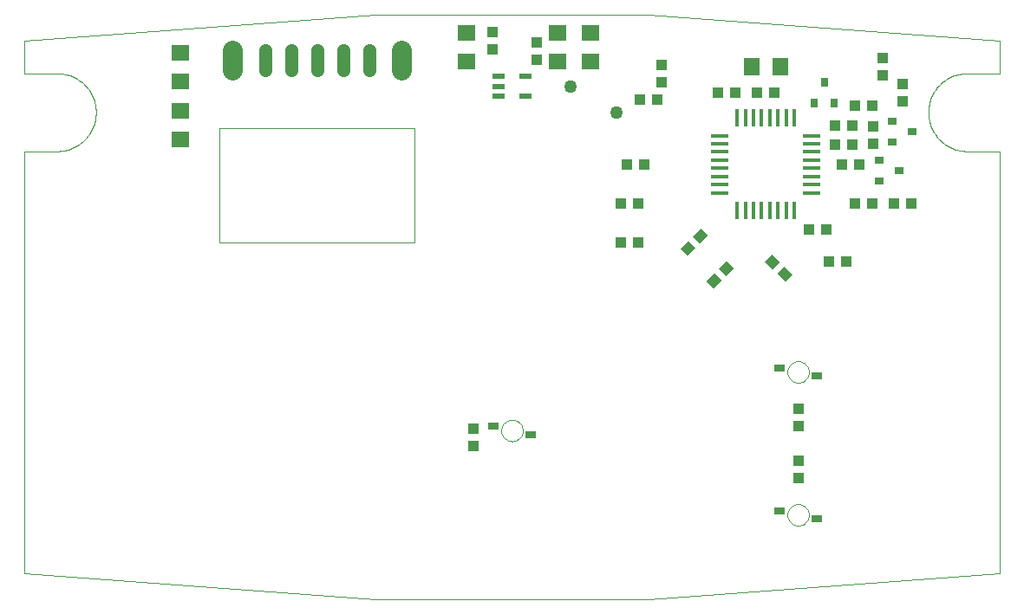
<source format=gbp>
G75*
G70*
%OFA0B0*%
%FSLAX24Y24*%
%IPPOS*%
%LPD*%
%AMOC8*
5,1,8,0,0,1.08239X$1,22.5*
%
%ADD10C,0.0000*%
%ADD11C,0.0500*%
%ADD12C,0.0750*%
%ADD13R,0.0394X0.0315*%
%ADD14R,0.0394X0.0433*%
%ADD15R,0.0177X0.0709*%
%ADD16R,0.0709X0.0177*%
%ADD17R,0.0433X0.0394*%
%ADD18R,0.0630X0.0709*%
%ADD19R,0.0354X0.0315*%
%ADD20R,0.0315X0.0354*%
%ADD21R,0.0472X0.0217*%
%ADD22R,0.0709X0.0630*%
%ADD23C,0.0500*%
D10*
X010400Y020400D02*
X023900Y019400D01*
X034400Y019400D01*
X047900Y020400D01*
X047900Y036650D01*
X046650Y036650D01*
X046574Y036652D01*
X046498Y036658D01*
X046423Y036667D01*
X046348Y036681D01*
X046274Y036698D01*
X046201Y036719D01*
X046129Y036743D01*
X046058Y036772D01*
X045989Y036803D01*
X045922Y036838D01*
X045857Y036877D01*
X045793Y036919D01*
X045732Y036964D01*
X045673Y037012D01*
X045617Y037063D01*
X045563Y037117D01*
X045512Y037173D01*
X045464Y037232D01*
X045419Y037293D01*
X045377Y037357D01*
X045338Y037422D01*
X045303Y037489D01*
X045272Y037558D01*
X045243Y037629D01*
X045219Y037701D01*
X045198Y037774D01*
X045181Y037848D01*
X045167Y037923D01*
X045158Y037998D01*
X045152Y038074D01*
X045150Y038150D01*
X045152Y038226D01*
X045158Y038302D01*
X045167Y038377D01*
X045181Y038452D01*
X045198Y038526D01*
X045219Y038599D01*
X045243Y038671D01*
X045272Y038742D01*
X045303Y038811D01*
X045338Y038878D01*
X045377Y038943D01*
X045419Y039007D01*
X045464Y039068D01*
X045512Y039127D01*
X045563Y039183D01*
X045617Y039237D01*
X045673Y039288D01*
X045732Y039336D01*
X045793Y039381D01*
X045857Y039423D01*
X045922Y039462D01*
X045989Y039497D01*
X046058Y039528D01*
X046129Y039557D01*
X046201Y039581D01*
X046274Y039602D01*
X046348Y039619D01*
X046423Y039633D01*
X046498Y039642D01*
X046574Y039648D01*
X046650Y039650D01*
X047900Y039650D01*
X047900Y040900D01*
X034400Y041900D01*
X023900Y041900D01*
X010400Y040900D01*
X010400Y039650D01*
X011650Y039650D01*
X011726Y039648D01*
X011802Y039642D01*
X011877Y039633D01*
X011952Y039619D01*
X012026Y039602D01*
X012099Y039581D01*
X012171Y039557D01*
X012242Y039528D01*
X012311Y039497D01*
X012378Y039462D01*
X012443Y039423D01*
X012507Y039381D01*
X012568Y039336D01*
X012627Y039288D01*
X012683Y039237D01*
X012737Y039183D01*
X012788Y039127D01*
X012836Y039068D01*
X012881Y039007D01*
X012923Y038943D01*
X012962Y038878D01*
X012997Y038811D01*
X013028Y038742D01*
X013057Y038671D01*
X013081Y038599D01*
X013102Y038526D01*
X013119Y038452D01*
X013133Y038377D01*
X013142Y038302D01*
X013148Y038226D01*
X013150Y038150D01*
X013148Y038074D01*
X013142Y037998D01*
X013133Y037923D01*
X013119Y037848D01*
X013102Y037774D01*
X013081Y037701D01*
X013057Y037629D01*
X013028Y037558D01*
X012997Y037489D01*
X012962Y037422D01*
X012923Y037357D01*
X012881Y037293D01*
X012836Y037232D01*
X012788Y037173D01*
X012737Y037117D01*
X012683Y037063D01*
X012627Y037012D01*
X012568Y036964D01*
X012507Y036919D01*
X012443Y036877D01*
X012378Y036838D01*
X012311Y036803D01*
X012242Y036772D01*
X012171Y036743D01*
X012099Y036719D01*
X012026Y036698D01*
X011952Y036681D01*
X011877Y036667D01*
X011802Y036658D01*
X011726Y036652D01*
X011650Y036650D01*
X010400Y036650D01*
X010400Y020400D01*
X017900Y033150D02*
X025400Y033150D01*
X025400Y037525D01*
X017900Y037525D01*
X017900Y033150D01*
X028737Y025900D02*
X028739Y025940D01*
X028745Y025981D01*
X028755Y026020D01*
X028768Y026058D01*
X028786Y026095D01*
X028807Y026129D01*
X028831Y026162D01*
X028858Y026192D01*
X028888Y026219D01*
X028921Y026243D01*
X028955Y026264D01*
X028992Y026282D01*
X029030Y026295D01*
X029069Y026305D01*
X029110Y026311D01*
X029150Y026313D01*
X029190Y026311D01*
X029231Y026305D01*
X029270Y026295D01*
X029308Y026282D01*
X029345Y026264D01*
X029379Y026243D01*
X029412Y026219D01*
X029442Y026192D01*
X029469Y026162D01*
X029493Y026129D01*
X029514Y026095D01*
X029532Y026058D01*
X029545Y026020D01*
X029555Y025981D01*
X029561Y025940D01*
X029563Y025900D01*
X029561Y025860D01*
X029555Y025819D01*
X029545Y025780D01*
X029532Y025742D01*
X029514Y025705D01*
X029493Y025671D01*
X029469Y025638D01*
X029442Y025608D01*
X029412Y025581D01*
X029379Y025557D01*
X029345Y025536D01*
X029308Y025518D01*
X029270Y025505D01*
X029231Y025495D01*
X029190Y025489D01*
X029150Y025487D01*
X029110Y025489D01*
X029069Y025495D01*
X029030Y025505D01*
X028992Y025518D01*
X028955Y025536D01*
X028921Y025557D01*
X028888Y025581D01*
X028858Y025608D01*
X028831Y025638D01*
X028807Y025671D01*
X028786Y025705D01*
X028768Y025742D01*
X028755Y025780D01*
X028745Y025819D01*
X028739Y025860D01*
X028737Y025900D01*
X039737Y028150D02*
X039739Y028190D01*
X039745Y028231D01*
X039755Y028270D01*
X039768Y028308D01*
X039786Y028345D01*
X039807Y028379D01*
X039831Y028412D01*
X039858Y028442D01*
X039888Y028469D01*
X039921Y028493D01*
X039955Y028514D01*
X039992Y028532D01*
X040030Y028545D01*
X040069Y028555D01*
X040110Y028561D01*
X040150Y028563D01*
X040190Y028561D01*
X040231Y028555D01*
X040270Y028545D01*
X040308Y028532D01*
X040345Y028514D01*
X040379Y028493D01*
X040412Y028469D01*
X040442Y028442D01*
X040469Y028412D01*
X040493Y028379D01*
X040514Y028345D01*
X040532Y028308D01*
X040545Y028270D01*
X040555Y028231D01*
X040561Y028190D01*
X040563Y028150D01*
X040561Y028110D01*
X040555Y028069D01*
X040545Y028030D01*
X040532Y027992D01*
X040514Y027955D01*
X040493Y027921D01*
X040469Y027888D01*
X040442Y027858D01*
X040412Y027831D01*
X040379Y027807D01*
X040345Y027786D01*
X040308Y027768D01*
X040270Y027755D01*
X040231Y027745D01*
X040190Y027739D01*
X040150Y027737D01*
X040110Y027739D01*
X040069Y027745D01*
X040030Y027755D01*
X039992Y027768D01*
X039955Y027786D01*
X039921Y027807D01*
X039888Y027831D01*
X039858Y027858D01*
X039831Y027888D01*
X039807Y027921D01*
X039786Y027955D01*
X039768Y027992D01*
X039755Y028030D01*
X039745Y028069D01*
X039739Y028110D01*
X039737Y028150D01*
X039737Y022650D02*
X039739Y022690D01*
X039745Y022731D01*
X039755Y022770D01*
X039768Y022808D01*
X039786Y022845D01*
X039807Y022879D01*
X039831Y022912D01*
X039858Y022942D01*
X039888Y022969D01*
X039921Y022993D01*
X039955Y023014D01*
X039992Y023032D01*
X040030Y023045D01*
X040069Y023055D01*
X040110Y023061D01*
X040150Y023063D01*
X040190Y023061D01*
X040231Y023055D01*
X040270Y023045D01*
X040308Y023032D01*
X040345Y023014D01*
X040379Y022993D01*
X040412Y022969D01*
X040442Y022942D01*
X040469Y022912D01*
X040493Y022879D01*
X040514Y022845D01*
X040532Y022808D01*
X040545Y022770D01*
X040555Y022731D01*
X040561Y022690D01*
X040563Y022650D01*
X040561Y022610D01*
X040555Y022569D01*
X040545Y022530D01*
X040532Y022492D01*
X040514Y022455D01*
X040493Y022421D01*
X040469Y022388D01*
X040442Y022358D01*
X040412Y022331D01*
X040379Y022307D01*
X040345Y022286D01*
X040308Y022268D01*
X040270Y022255D01*
X040231Y022245D01*
X040190Y022239D01*
X040150Y022237D01*
X040110Y022239D01*
X040069Y022245D01*
X040030Y022255D01*
X039992Y022268D01*
X039955Y022286D01*
X039921Y022307D01*
X039888Y022331D01*
X039858Y022358D01*
X039831Y022388D01*
X039807Y022421D01*
X039786Y022455D01*
X039768Y022492D01*
X039755Y022530D01*
X039745Y022569D01*
X039739Y022610D01*
X039737Y022650D01*
D11*
X023650Y039775D02*
X023650Y040525D01*
X022650Y040525D02*
X022650Y039775D01*
X021650Y039775D02*
X021650Y040525D01*
X020650Y040525D02*
X020650Y039775D01*
X019650Y039775D02*
X019650Y040525D01*
D12*
X018400Y040525D02*
X018400Y039775D01*
X024900Y039775D02*
X024900Y040525D01*
D13*
X039441Y028307D03*
X040859Y027993D03*
X039441Y022807D03*
X040859Y022493D03*
X029859Y025743D03*
X028441Y026057D03*
D14*
X027650Y025985D03*
X027650Y025315D03*
X040150Y024735D03*
X040150Y024065D03*
X040150Y026065D03*
X040150Y026735D03*
X043025Y036940D03*
X043025Y037610D03*
X044150Y038565D03*
X044150Y039235D03*
X043400Y039565D03*
X043400Y040235D03*
X034900Y039985D03*
X034900Y039315D03*
X030100Y040165D03*
X030100Y040835D03*
X028400Y040565D03*
X028400Y041235D03*
D15*
X037798Y037922D03*
X038113Y037922D03*
X038428Y037922D03*
X038743Y037922D03*
X039057Y037922D03*
X039372Y037922D03*
X039687Y037922D03*
X040002Y037922D03*
X040002Y034378D03*
X039687Y034378D03*
X039372Y034378D03*
X039057Y034378D03*
X038743Y034378D03*
X038428Y034378D03*
X038113Y034378D03*
X037798Y034378D03*
D16*
X037128Y035048D03*
X037128Y035363D03*
X037128Y035678D03*
X037128Y035993D03*
X037128Y036307D03*
X037128Y036622D03*
X037128Y036937D03*
X037128Y037252D03*
X040672Y037252D03*
X040672Y036937D03*
X040672Y036622D03*
X040672Y036307D03*
X040672Y035993D03*
X040672Y035678D03*
X040672Y035363D03*
X040672Y035048D03*
D17*
X041815Y036150D03*
X042485Y036150D03*
X042235Y036900D03*
X041565Y036900D03*
X041565Y037650D03*
X042235Y037650D03*
X042315Y038400D03*
X042985Y038400D03*
X039235Y038900D03*
X038565Y038900D03*
X037735Y038900D03*
X037065Y038900D03*
X034735Y038650D03*
X034065Y038650D03*
X034235Y036150D03*
X033565Y036150D03*
X033315Y034650D03*
X033985Y034650D03*
X033985Y033150D03*
X033315Y033150D03*
G36*
X035621Y032900D02*
X035926Y033205D01*
X036205Y032926D01*
X035900Y032621D01*
X035621Y032900D01*
G37*
G36*
X036095Y033374D02*
X036400Y033679D01*
X036679Y033400D01*
X036374Y033095D01*
X036095Y033374D01*
G37*
G36*
X037095Y032124D02*
X037400Y032429D01*
X037679Y032150D01*
X037374Y031845D01*
X037095Y032124D01*
G37*
G36*
X036621Y031650D02*
X036926Y031955D01*
X037205Y031676D01*
X036900Y031371D01*
X036621Y031650D01*
G37*
G36*
X039176Y032095D02*
X038871Y032400D01*
X039150Y032679D01*
X039455Y032374D01*
X039176Y032095D01*
G37*
G36*
X039650Y031621D02*
X039345Y031926D01*
X039624Y032205D01*
X039929Y031900D01*
X039650Y031621D01*
G37*
X041315Y032400D03*
X041985Y032400D03*
X041235Y033650D03*
X040565Y033650D03*
X042315Y034650D03*
X042985Y034650D03*
X043815Y034650D03*
X044485Y034650D03*
D18*
X039451Y039900D03*
X038349Y039900D03*
D19*
X043256Y036294D03*
X043756Y037006D03*
X044544Y037400D03*
X043756Y037794D03*
X044044Y035900D03*
X043256Y035506D03*
D20*
X041544Y038506D03*
X040756Y038506D03*
X041150Y039294D03*
D21*
X029662Y039524D03*
X029662Y038776D03*
X028638Y038776D03*
X028638Y039150D03*
X028638Y039524D03*
D22*
X027400Y040099D03*
X027400Y041201D03*
X030900Y041201D03*
X030900Y040099D03*
X032150Y040099D03*
X032150Y041201D03*
X016400Y040451D03*
X016400Y039349D03*
X016400Y038201D03*
X016400Y037099D03*
D23*
X031400Y039150D03*
X033150Y038150D03*
M02*

</source>
